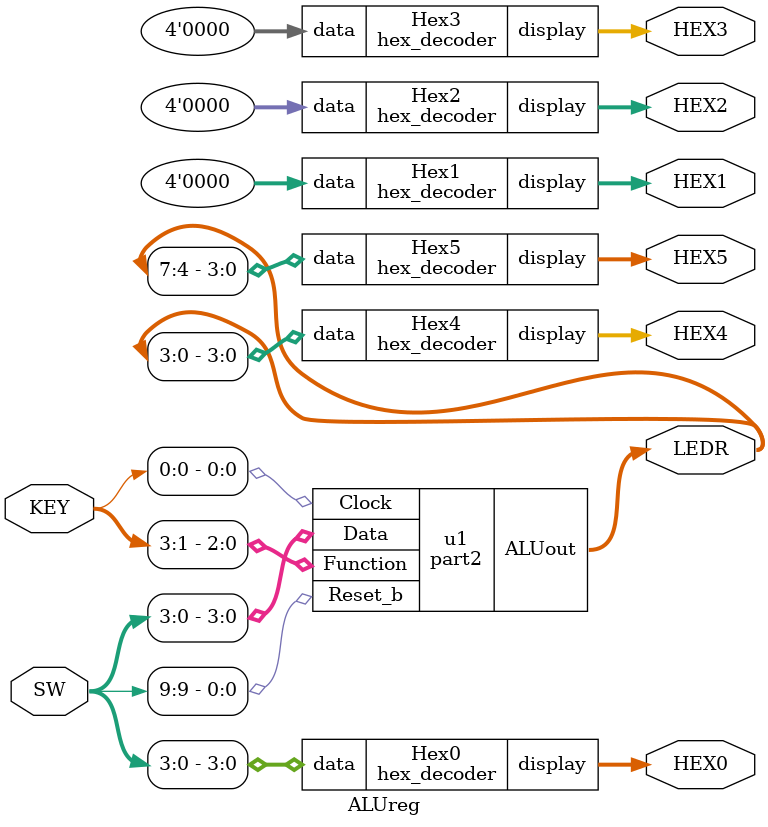
<source format=v>
`timescale 1ns/1ns

module hex_decoder(data, display);
	input [3:0] data;
	output [6:0] display;
	assign display[0] = ~((data[3]|data[2]|data[1]|~data[0])&(data[3]|~data[2]|data[1]|data[0])&(~data[3]|data[2]|~data[1]|~data[0])&(~data[3]|~data[2]|data[1]|~data[0]));
	assign display[1] = ~((data[3]|~data[2]|data[1]|~data[0])&(data[3]|~data[2]|~data[1]|data[0])&(~data[3]|data[2]|~data[1]|~data[0])&(~data[3]|~data[2]|data[1]|data[0])&(~data[3]|~data[2]|~data[1]|data[0])&(~data[3]|~data[2]|~data[1]|~data[0]));
	assign display[2] = ~((data[3]|data[2]|~data[1]|data[0])&(~data[3]|~data[2]|data[1]|data[0])&(~data[3]|~data[2]|~data[1]|data[0])&(~data[3]|~data[2]|~data[1]|~data[0]));
	assign display[3] = ~((data[3]|data[2]|data[1]|~data[0])&(data[3]|~data[2]|data[1]|data[0])&(data[3]|~data[2]|~data[1]|~data[0])&(~data[3]|data[2]|~data[1]|data[0])&(~data[3]|~data[2]|~data[1]|~data[0]));
	assign display[4] = ~((data[3]|data[2]|data[1]|~data[0])&(data[3]|data[2]|~data[1]|~data[0])&(data[3]|~data[2]|data[1]|data[0])&(data[3]|~data[2]|data[1]|~data[0])&(data[3]|~data[2]|~data[1]|~data[0])&(~data[3]|data[2]|data[1]|~data[0]));
	assign display[5] = ~((data[3]|data[2]|data[1]|~data[0])&(data[3]|data[2]|~data[1]|data[0])&(data[3]|data[2]|~data[1]|~data[0])&(data[3]|~data[2]|~data[1]|~data[0])&(~data[3]|~data[2]|data[1]|~data[0]));
	assign display[6] = ~((data[3]|data[2]|data[1]|data[0])&(data[3]|data[2]|data[1]|~data[0])&(data[3]|~data[2]|~data[1]|~data[0])&(~data[3]|~data[2]|data[1]|data[0]));
endmodule

//FULL ADDER 1-bit 
module FA(a,b,c_in, s, c_out); 
	input a,b,c_in; 
	output s, c_out; 
	assign s = a ^ b ^ c_in; 
	assign c_out = (a&b)|(a&c_in)|(b&c_in); 
endmodule 

//FULL ADDER RIPPLE CARRY 4 BITS 
module rippleAdder4bits(a, b, c_in, s, c_out); 
	input[3:0] a, b;
	input c_in; 
	output[3:0] s;
	output c_out;
	wire c1, c2, c3;
	
	FA bit0(a[0], b[0], c_in, s[0], c1); 
	FA bit1(a[1], b[1], c1, s[1], c2); 
	FA bit2(a[2], b[2], c2, s[2], c3); 
	FA bit3(a[3], b[3], c3, s[3], c_out); 
endmodule 

//ALU AND REGISTER
module part2(Clock, Reset_b, Data, Function, ALUout);
	input Clock, Reset_b;
	input [2:0] Function;
	input [3:0] Data;
	
	reg [7:0] aluout;
	output reg [7:0] ALUout;
	
	wire c_out;
	wire [3:0] s;
	rippleAdder4bits u0(Data, ALUout[3:0], 1'b0, s, c_out);
	
	// ALU block
	always @ (*)
		begin
			case(Function)
				3'b000: aluout = {3'b000, c_out, s};
				3'b001: aluout = Data + ALUout[3:0];
				3'b010: aluout = {ALUout[3], ALUout[3], ALUout[3], ALUout[3], ALUout[3:0]}; 
				3'b011: aluout = {7'b0000000, (Data[0]|ALUout[0])|(Data[1]|ALUout[1])|(Data[2]|ALUout[2])|(Data[3]|ALUout[3])}; 
				3'b100: aluout = {7'b0000000, (Data[0]&ALUout[0])&(Data[1]&ALUout[1])&(Data[2]&ALUout[2])&(Data[3]&ALUout[3])}; 
				3'b101: aluout = ALUout[3:0] << Data;
				3'b110: aluout = Data * ALUout[3:0];
				3'b111: aluout = ALUout;
				default: aluout = 8'b0;
			endcase
		end
	
	// Register block
	always @ (posedge Clock)
		if (Reset_b == 1'b0)
			ALUout <= 8'b0;
		else
			ALUout <= aluout;
	
endmodule

//Assign Switches and LEDs
module ALUreg(SW, KEY, LEDR, HEX0, HEX1, HEX2, HEX3, HEX4, HEX5); 
	input [9:0] SW;
	input [3:0] KEY; 
	output [7:0] LEDR; 
	output [6:0] HEX0, HEX1, HEX2, HEX3, HEX4, HEX5;
	
	part2 u1(KEY[0], SW[9], SW[3:0], KEY[3:1], LEDR[7:0]);
	
	hex_decoder Hex0(.data(SW[3:0]), .display(HEX0)); //Data
	hex_decoder Hex1(.data(4'b0000), .display(HEX1)); //0
	hex_decoder Hex2(.data(4'b0000), .display(HEX2)); //0
	hex_decoder Hex3(.data(4'b0000), .display(HEX3)); //0
	hex_decoder Hex4(.data(LEDR[3:0]), .display(HEX4)); //ALUout[3:0]
	hex_decoder Hex5(.data(LEDR[7:4]), .display(HEX5)); //ALUout[7:4]
endmodule

</source>
